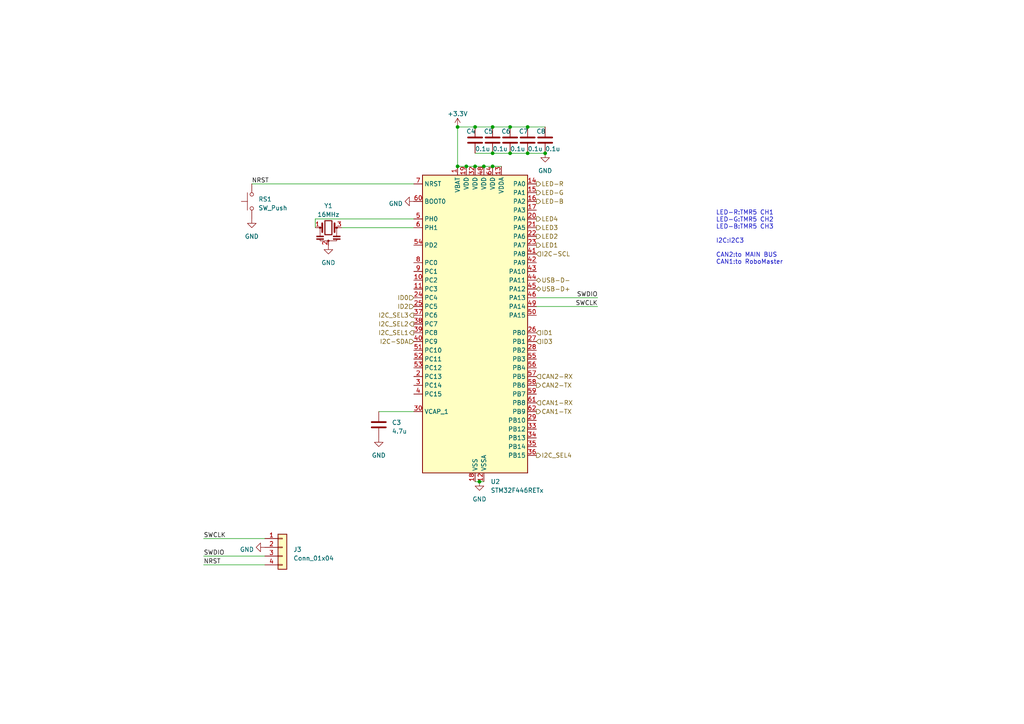
<source format=kicad_sch>
(kicad_sch (version 20231120) (generator "eeschema") (generator_version "8.0")
  (paper "A4")
  (lib_symbols
    (symbol "Connector_Generic:Conn_01x04" (pin_names (offset 1.016) hide)
      (property "Reference" "J" (at 0 5.08 0))
      (property "Value" "Conn_01x04" (at 0 -7.62 0))
      (symbol "Conn_01x04_1_1"
        (rectangle (start -1.27 -4.953) (end 0 -5.207) (stroke (width 0.1524)))
        (rectangle (start -1.27 -2.413) (end 0 -2.667) (stroke (width 0.1524)))
        (rectangle (start -1.27 0.127) (end 0 -0.127) (stroke (width 0.1524)))
        (rectangle (start -1.27 2.667) (end 0 2.413) (stroke (width 0.1524)))
        (rectangle (start -1.27 3.81) (end 1.27 -6.35) (stroke (width 0.254)) (fill (type background)))
        (pin passive line (at -5.08 2.54 0) (length 3.81) (name "Pin_1") (number "1"))
        (pin passive line (at -5.08 0 0) (length 3.81) (name "Pin_2") (number "2"))
        (pin passive line (at -5.08 -2.54 0) (length 3.81) (name "Pin_3") (number "3"))
        (pin passive line (at -5.08 -5.08 0) (length 3.81) (name "Pin_4") (number "4"))
      )
    )
    (symbol "Device:C" (pin_numbers hide) (pin_names (offset 0.254))
      (property "Reference" "C" (at 0.635 2.54 0))
      (property "Value" "C" (at 0.635 -2.54 0))
      (symbol "C_0_1"
        (polyline (pts (xy -2.032 -0.762) (xy 2.032 -0.762)) (stroke (width 0.508)))
        (polyline (pts (xy -2.032 0.762) (xy 2.032 0.762)) (stroke (width 0.508)))
      )
      (symbol "C_1_1"
        (pin passive line (at 0 3.81 270) (length 2.794) (name "~") (number "1"))
        (pin passive line (at 0 -3.81 90) (length 2.794) (name "~") (number "2"))
      )
    )
    (symbol "Device:Resonator" (pin_names (offset 1.016) hide)
      (property "Reference" "Y" (at 0 5.715 0))
      (property "Value" "Resonator" (at 0 3.81 0))
      (symbol "Resonator_0_1"
        (rectangle (start -3.429 -3.175) (end -1.397 -3.429) (fill (type outline)))
        (rectangle (start -3.429 -2.413) (end -1.397 -2.667) (fill (type outline)))
        (circle (center -2.413 0) (radius 0.254) (fill (type outline)))
        (rectangle (start -1.016 2.032) (end 1.016 -2.032) (stroke (width 0.3048)))
        (circle (center 0 -3.81) (radius 0.254) (fill (type outline)))
        (polyline (pts (xy -2.413 -2.413) (xy -2.413 0)))
        (polyline (pts (xy -1.905 0) (xy -3.175 0)))
        (polyline (pts (xy -1.778 -1.27) (xy -1.778 1.27)) (stroke (width 0.508)))
        (polyline (pts (xy 1.778 -1.27) (xy 1.778 1.27)) (stroke (width 0.508)))
        (polyline (pts (xy 1.905 0) (xy 2.54 0)))
        (polyline (pts (xy 2.413 0) (xy 2.413 -2.54)))
        (polyline (pts (xy 2.413 -3.302) (xy 2.413 -3.81) (xy -2.413 -3.81) (xy -2.413 -3.302)))
        (rectangle (start 1.397 -3.175) (end 3.429 -3.429) (fill (type outline)))
        (rectangle (start 1.397 -2.413) (end 3.429 -2.667) (fill (type outline)))
        (circle (center 2.413 0) (radius 0.254) (fill (type outline)))
      )
      (symbol "Resonator_1_1"
        (pin passive line (at -3.81 0 0) (length 1.27) (name "1") (number "1"))
        (pin passive line (at 0 -5.08 90) (length 1.27) (name "2") (number "2"))
        (pin passive line (at 3.81 0 180) (length 1.27) (name "3") (number "3"))
      )
    )
    (symbol "MCU_ST_STM32F4:STM32F446RETx"
      (property "Reference" "U" (at -15.24 44.45 0))
      (property "Value" "STM32F446RETx" (at 10.16 44.45 0))
      (symbol "STM32F446RETx_0_1"
        (rectangle (start -15.24 -43.18) (end 15.24 43.18) (stroke (width 0.254)) (fill (type background)))
      )
      (symbol "STM32F446RETx_1_1"
        (pin power_in line (at -5.08 45.72 270) (length 2.54) (name "VBAT") (number "1"))
        (pin bidirectional line (at -17.78 12.7 0) (length 2.54) (name "PC2") (number "10"))
        (pin bidirectional line (at -17.78 10.16 0) (length 2.54) (name "PC3") (number "11"))
        (pin power_in line (at 2.54 -45.72 90) (length 2.54) (name "VSSA") (number "12"))
        (pin power_in line (at 7.62 45.72 270) (length 2.54) (name "VDDA") (number "13"))
        (pin bidirectional line (at 17.78 40.64 180) (length 2.54) (name "PA0") (number "14"))
        (pin bidirectional line (at 17.78 38.1 180) (length 2.54) (name "PA1") (number "15"))
        (pin bidirectional line (at 17.78 35.56 180) (length 2.54) (name "PA2") (number "16"))
        (pin bidirectional line (at 17.78 33.02 180) (length 2.54) (name "PA3") (number "17"))
        (pin power_in line (at 0 -45.72 90) (length 2.54) (name "VSS") (number "18"))
        (pin power_in line (at -2.54 45.72 270) (length 2.54) (name "VDD") (number "19"))
        (pin bidirectional line (at -17.78 -15.24 0) (length 2.54) (name "PC13") (number "2"))
        (pin bidirectional line (at 17.78 30.48 180) (length 2.54) (name "PA4") (number "20"))
        (pin bidirectional line (at 17.78 27.94 180) (length 2.54) (name "PA5") (number "21"))
        (pin bidirectional line (at 17.78 25.4 180) (length 2.54) (name "PA6") (number "22"))
        (pin bidirectional line (at 17.78 22.86 180) (length 2.54) (name "PA7") (number "23"))
        (pin bidirectional line (at -17.78 7.62 0) (length 2.54) (name "PC4") (number "24"))
        (pin bidirectional line (at -17.78 5.08 0) (length 2.54) (name "PC5") (number "25"))
        (pin bidirectional line (at 17.78 -2.54 180) (length 2.54) (name "PB0") (number "26"))
        (pin bidirectional line (at 17.78 -5.08 180) (length 2.54) (name "PB1") (number "27"))
        (pin bidirectional line (at 17.78 -7.62 180) (length 2.54) (name "PB2") (number "28"))
        (pin bidirectional line (at 17.78 -27.94 180) (length 2.54) (name "PB10") (number "29"))
        (pin bidirectional line (at -17.78 -17.78 0) (length 2.54) (name "PC14") (number "3"))
        (pin power_out line (at -17.78 -25.4 0) (length 2.54) (name "VCAP_1") (number "30"))
        (pin passive line (at 0 -45.72 90) (length 2.54) hide (name "VSS") (number "31"))
        (pin power_in line (at 0 45.72 270) (length 2.54) (name "VDD") (number "32"))
        (pin bidirectional line (at 17.78 -30.48 180) (length 2.54) (name "PB12") (number "33"))
        (pin bidirectional line (at 17.78 -33.02 180) (length 2.54) (name "PB13") (number "34"))
        (pin bidirectional line (at 17.78 -35.56 180) (length 2.54) (name "PB14") (number "35"))
        (pin bidirectional line (at 17.78 -38.1 180) (length 2.54) (name "PB15") (number "36"))
        (pin bidirectional line (at -17.78 2.54 0) (length 2.54) (name "PC6") (number "37"))
        (pin bidirectional line (at -17.78 0 0) (length 2.54) (name "PC7") (number "38"))
        (pin bidirectional line (at -17.78 -2.54 0) (length 2.54) (name "PC8") (number "39"))
        (pin bidirectional line (at -17.78 -20.32 0) (length 2.54) (name "PC15") (number "4"))
        (pin bidirectional line (at -17.78 -5.08 0) (length 2.54) (name "PC9") (number "40"))
        (pin bidirectional line (at 17.78 20.32 180) (length 2.54) (name "PA8") (number "41"))
        (pin bidirectional line (at 17.78 17.78 180) (length 2.54) (name "PA9") (number "42"))
        (pin bidirectional line (at 17.78 15.24 180) (length 2.54) (name "PA10") (number "43"))
        (pin bidirectional line (at 17.78 12.7 180) (length 2.54) (name "PA11") (number "44"))
        (pin bidirectional line (at 17.78 10.16 180) (length 2.54) (name "PA12") (number "45"))
        (pin bidirectional line (at 17.78 7.62 180) (length 2.54) (name "PA13") (number "46"))
        (pin passive line (at 0 -45.72 90) (length 2.54) hide (name "VSS") (number "47"))
        (pin power_in line (at 2.54 45.72 270) (length 2.54) (name "VDD") (number "48"))
        (pin bidirectional line (at 17.78 5.08 180) (length 2.54) (name "PA14") (number "49"))
        (pin bidirectional line (at -17.78 30.48 0) (length 2.54) (name "PH0") (number "5"))
        (pin bidirectional line (at 17.78 2.54 180) (length 2.54) (name "PA15") (number "50"))
        (pin bidirectional line (at -17.78 -7.62 0) (length 2.54) (name "PC10") (number "51"))
        (pin bidirectional line (at -17.78 -10.16 0) (length 2.54) (name "PC11") (number "52"))
        (pin bidirectional line (at -17.78 -12.7 0) (length 2.54) (name "PC12") (number "53"))
        (pin bidirectional line (at -17.78 22.86 0) (length 2.54) (name "PD2") (number "54"))
        (pin bidirectional line (at 17.78 -10.16 180) (length 2.54) (name "PB3") (number "55"))
        (pin bidirectional line (at 17.78 -12.7 180) (length 2.54) (name "PB4") (number "56"))
        (pin bidirectional line (at 17.78 -15.24 180) (length 2.54) (name "PB5") (number "57"))
        (pin bidirectional line (at 17.78 -17.78 180) (length 2.54) (name "PB6") (number "58"))
        (pin bidirectional line (at 17.78 -20.32 180) (length 2.54) (name "PB7") (number "59"))
        (pin bidirectional line (at -17.78 27.94 0) (length 2.54) (name "PH1") (number "6"))
        (pin input line (at -17.78 35.56 0) (length 2.54) (name "BOOT0") (number "60"))
        (pin bidirectional line (at 17.78 -22.86 180) (length 2.54) (name "PB8") (number "61"))
        (pin bidirectional line (at 17.78 -25.4 180) (length 2.54) (name "PB9") (number "62"))
        (pin passive line (at 0 -45.72 90) (length 2.54) hide (name "VSS") (number "63"))
        (pin power_in line (at 5.08 45.72 270) (length 2.54) (name "VDD") (number "64"))
        (pin input line (at -17.78 40.64 0) (length 2.54) (name "NRST") (number "7"))
        (pin bidirectional line (at -17.78 17.78 0) (length 2.54) (name "PC0") (number "8"))
        (pin bidirectional line (at -17.78 15.24 0) (length 2.54) (name "PC1") (number "9"))
      )
    )
    (symbol "Switch:SW_Push" (pin_numbers hide) (pin_names (offset 1.016) hide)
      (property "Reference" "SW" (at 1.27 2.54 0))
      (property "Value" "SW_Push" (at 0 -1.524 0))
      (symbol "SW_Push_0_1"
        (circle (center -2.032 0) (radius 0.508))
        (polyline (pts (xy 0 1.27) (xy 0 3.048)))
        (polyline (pts (xy 2.54 1.27) (xy -2.54 1.27)))
        (circle (center 2.032 0) (radius 0.508))
        (pin passive line (at -5.08 0 0) (length 2.54) (name "1") (number "1"))
        (pin passive line (at 5.08 0 180) (length 2.54) (name "2") (number "2"))
      )
    )
    (symbol "power:+3.3V" (power) (pin_names (offset 0))
      (property "Value" "+3.3V" (at 0 3.556 0))
      (symbol "+3.3V_0_1"
        (polyline (pts (xy -0.762 1.27) (xy 0 2.54)))
        (polyline (pts (xy 0 0) (xy 0 2.54)))
        (polyline (pts (xy 0 2.54) (xy 0.762 1.27)))
      )
      (symbol "+3.3V_1_1"
        (pin power_in line (at 0 0 90) (length 0) hide (name "+3.3V") (number "1"))
      )
    )
    (symbol "power:GND" (power) (pin_names (offset 0))
      (property "Value" "GND" (at 0 -3.81 0))
      (symbol "GND_0_1"
        (polyline (pts (xy 0 0) (xy 0 -1.27) (xy 1.27 -1.27) (xy 0 -2.54) (xy -1.27 -1.27) (xy 0 -1.27)))
      )
      (symbol "GND_1_1"
        (pin power_in line (at 0 0 270) (length 0) hide (name "GND") (number "1"))
      )
    )
  )
  (junction (at 132.715 36.83))
  (junction (at 137.795 48.26))
  (junction (at 132.715 48.26))
  (junction (at 137.795 36.83))
  (junction (at 158.115 44.45))
  (junction (at 142.875 36.83))
  (junction (at 147.955 44.45))
  (junction (at 135.255 48.26))
  (junction (at 142.875 48.26))
  (junction (at 153.035 44.45))
  (junction (at 153.035 36.83))
  (junction (at 140.335 48.26))
  (junction (at 142.875 44.45))
  (junction (at 139.065 139.7))
  (junction (at 147.955 36.83))
  (wire (pts (xy 153.035 44.45) (xy 158.115 44.45)))
  (wire (pts (xy 120.015 63.5) (xy 91.44 63.5)))
  (wire (pts (xy 137.795 36.83) (xy 142.875 36.83)))
  (wire (pts (xy 155.575 88.9) (xy 173.355 88.9)))
  (wire (pts (xy 140.335 48.26) (xy 142.875 48.26)))
  (wire (pts (xy 142.875 44.45) (xy 147.955 44.45)))
  (wire (pts (xy 132.715 36.83) (xy 132.715 48.26)))
  (wire (pts (xy 147.955 44.45) (xy 153.035 44.45)))
  (wire (pts (xy 109.855 119.38) (xy 120.015 119.38)))
  (wire (pts (xy 99.06 66.04) (xy 120.015 66.04)))
  (wire (pts (xy 91.44 63.5) (xy 91.44 66.04)))
  (wire (pts (xy 173.355 86.36) (xy 155.575 86.36)))
  (wire (pts (xy 137.795 44.45) (xy 142.875 44.45)))
  (wire (pts (xy 147.955 36.83) (xy 153.035 36.83)))
  (wire (pts (xy 132.715 48.26) (xy 135.255 48.26)))
  (wire (pts (xy 132.715 36.83) (xy 137.795 36.83)))
  (wire (pts (xy 137.795 48.26) (xy 140.335 48.26)))
  (wire (pts (xy 76.835 156.21) (xy 59.055 156.21)))
  (wire (pts (xy 73.025 53.34) (xy 120.015 53.34)))
  (wire (pts (xy 135.255 48.26) (xy 137.795 48.26)))
  (wire (pts (xy 59.055 163.83) (xy 76.835 163.83)))
  (wire (pts (xy 142.875 48.26) (xy 145.415 48.26)))
  (wire (pts (xy 153.035 36.83) (xy 158.115 36.83)))
  (wire (pts (xy 137.795 139.7) (xy 139.065 139.7)))
  (wire (pts (xy 142.875 36.83) (xy 147.955 36.83)))
  (wire (pts (xy 139.065 139.7) (xy 140.335 139.7)))
  (wire (pts (xy 59.055 161.29) (xy 76.835 161.29)))
  (text "LED-R:TMR5 CH1\nLED-G:TMR5 CH2\nLED-B:TMR5 CH3\n\nI2C:I2C3\n\nCAN2:to MAIN BUS\nCAN1:to RoboMaster" (at 207.645 76.835 0) (effects (font (size 1.27 1.27)) (justify left bottom)))
  (label "SWCLK" (at 59.055 156.21 0))
  (label "SWCLK" (at 173.355 88.9 180))
  (label "NRST" (at 73.025 53.34 0))
  (label "NRST" (at 59.055 163.83 0))
  (label "SWDIO" (at 59.055 161.29 0))
  (label "SWDIO" (at 173.355 86.36 180))
  (hierarchical_label "I2C-SCL" (shape input) (at 155.575 73.66 0))
  (hierarchical_label "I2C_SEL3" (shape output) (at 120.015 91.44 180))
  (hierarchical_label "I2C-SDA" (shape input) (at 120.015 99.06 180))
  (hierarchical_label "USB-D+" (shape bidirectional) (at 155.575 83.82 0))
  (hierarchical_label "CAN1-TX" (shape output) (at 155.575 119.38 0))
  (hierarchical_label "I2C_SEL2" (shape output) (at 120.015 93.98 180))
  (hierarchical_label "LED-G" (shape output) (at 155.575 55.88 0))
  (hierarchical_label "ID1" (shape input) (at 155.575 96.52 0))
  (hierarchical_label "CAN1-RX" (shape input) (at 155.575 116.84 0))
  (hierarchical_label "USB-D-" (shape bidirectional) (at 155.575 81.28 0))
  (hierarchical_label "I2C_SEL1" (shape output) (at 120.015 96.52 180))
  (hierarchical_label "LED2" (shape output) (at 155.575 68.58 0))
  (hierarchical_label "ID3" (shape input) (at 155.575 99.06 0))
  (hierarchical_label "LED-R" (shape output) (at 155.575 53.34 0))
  (hierarchical_label "ID2" (shape input) (at 120.015 88.9 180))
  (hierarchical_label "LED1" (shape output) (at 155.575 71.12 0))
  (hierarchical_label "I2C_SEL4" (shape output) (at 155.575 132.08 0))
  (hierarchical_label "CAN2-RX" (shape input) (at 155.575 109.22 0))
  (hierarchical_label "LED4" (shape output) (at 155.575 63.5 0))
  (hierarchical_label "ID0" (shape input) (at 120.015 86.36 180))
  (hierarchical_label "LED3" (shape output) (at 155.575 66.04 0))
  (hierarchical_label "LED-B" (shape output) (at 155.575 58.42 0))
  (hierarchical_label "CAN2-TX" (shape output) (at 155.575 111.76 0))
  (symbol (lib_id "MCU_ST_STM32F4:STM32F446RETx") (at 137.795 93.98 0) (unit 1)
    (property "Reference" "U2" (at 142.2909 139.7 0) (effects (justify left)))
    (property "Value" "STM32F446RETx" (at 142.2909 142.24 0) (effects (justify left)))
    (property "Footprint" "Package_QFP:LQFP-64_10x10mm_P0.5mm" (effects (hide yes)))
    (property "Datasheet" "https://www.st.com/resource/en/datasheet/stm32f446re.pdf" (effects (hide yes)))
  )
  (symbol (lib_id "power:GND") (at 120.015 58.42 270) (unit 1)
    (property "Reference" "#PWR025" (effects (hide yes)))
    (property "Value" "GND" (at 116.84 59.055 90) (effects (justify right)))
  )
  (symbol (lib_id "Device:C") (at 137.795 40.64 0) (unit 1)
    (property "Reference" "C4" (at 135.255 38.1 0) (effects (justify left)))
    (property "Value" "0.1u" (at 137.795 43.18 0) (effects (justify left)))
    (property "Footprint" "Capacitor_SMD:C_0603_1608Metric_Pad1.08x0.95mm_HandSolder" (effects (hide yes)))
  )
  (symbol (lib_id "Device:Resonator") (at 95.25 66.04 0) (unit 1)
    (property "Reference" "Y1" (at 95.25 59.69 0))
    (property "Value" "16MHz" (at 95.25 62.23 0))
    (property "Footprint" "Crystal:Resonator_SMD_Murata_CSTxExxV-3Pin_3.0x1.1mm_HandSoldering" (effects (hide yes)))
  )
  (symbol (lib_id "Device:C") (at 153.035 40.64 0) (unit 1)
    (property "Reference" "C7" (at 150.495 38.1 0) (effects (justify left)))
    (property "Value" "0.1u" (at 153.035 43.18 0) (effects (justify left)))
    (property "Footprint" "Capacitor_SMD:C_0603_1608Metric_Pad1.08x0.95mm_HandSolder" (effects (hide yes)))
  )
  (symbol (lib_id "Device:C") (at 147.955 40.64 0) (unit 1)
    (property "Reference" "C6" (at 145.415 38.1 0) (effects (justify left)))
    (property "Value" "0.1u" (at 147.955 43.18 0) (effects (justify left)))
    (property "Footprint" "Capacitor_SMD:C_0603_1608Metric_Pad1.08x0.95mm_HandSolder" (effects (hide yes)))
  )
  (symbol (lib_id "power:GND") (at 139.065 139.7 0) (unit 1)
    (property "Reference" "#PWR027" (effects (hide yes)))
    (property "Value" "GND" (at 139.065 144.78 0))
  )
  (symbol (lib_id "power:+3.3V") (at 132.715 36.83 0) (unit 1)
    (property "Reference" "#PWR026" (effects (hide yes)))
    (property "Value" "+3.3V" (at 132.715 33.02 0))
  )
  (symbol (lib_id "power:GND") (at 95.25 71.12 0) (unit 1)
    (property "Reference" "#PWR023" (effects (hide yes)))
    (property "Value" "GND" (at 95.25 76.2 0))
  )
  (symbol (lib_id "power:GND") (at 109.855 127 0) (unit 1)
    (property "Reference" "#PWR024" (effects (hide yes)))
    (property "Value" "GND" (at 109.855 132.08 0))
  )
  (symbol (lib_id "power:GND") (at 73.025 63.5 0) (unit 1)
    (property "Reference" "#PWR021" (effects (hide yes)))
    (property "Value" "GND" (at 73.025 68.58 0))
  )
  (symbol (lib_id "Connector_Generic:Conn_01x04") (at 81.915 158.75 0) (unit 1)
    (property "Reference" "J3" (at 85.09 159.385 0) (effects (justify left)))
    (property "Value" "Conn_01x04" (at 85.09 161.925 0) (effects (justify left)))
    (property "Footprint" "Connector_JST:JST_SH_SM04B-SRSS-TB_1x04-1MP_P1.00mm_Horizontal" (effects (hide yes)))
  )
  (symbol (lib_id "Device:C") (at 109.855 123.19 0) (unit 1)
    (property "Reference" "C3" (at 113.665 122.555 0) (effects (justify left)))
    (property "Value" "4.7u" (at 113.665 125.095 0) (effects (justify left)))
    (property "Footprint" "Capacitor_SMD:C_0805_2012Metric_Pad1.18x1.45mm_HandSolder" (effects (hide yes)))
  )
  (symbol (lib_id "Switch:SW_Push") (at 73.025 58.42 90) (unit 1)
    (property "Reference" "RS1" (at 74.93 57.785 90) (effects (justify right)))
    (property "Value" "SW_Push" (at 74.93 60.325 90) (effects (justify right)))
    (property "Footprint" "Robocon_Switch:KMR621NG" (effects (hide yes)))
  )
  (symbol (lib_id "Device:C") (at 158.115 40.64 0) (unit 1)
    (property "Reference" "C8" (at 155.575 38.1 0) (effects (justify left)))
    (property "Value" "0.1u" (at 158.115 43.18 0) (effects (justify left)))
    (property "Footprint" "Capacitor_SMD:C_0603_1608Metric_Pad1.08x0.95mm_HandSolder" (effects (hide yes)))
  )
  (symbol (lib_id "Device:C") (at 142.875 40.64 0) (unit 1)
    (property "Reference" "C5" (at 140.335 38.1 0) (effects (justify left)))
    (property "Value" "0.1u" (at 142.875 43.18 0) (effects (justify left)))
    (property "Footprint" "Capacitor_SMD:C_0603_1608Metric_Pad1.08x0.95mm_HandSolder" (effects (hide yes)))
  )
  (symbol (lib_id "power:GND") (at 158.115 44.45 0) (unit 1)
    (property "Reference" "#PWR028" (effects (hide yes)))
    (property "Value" "GND" (at 158.115 49.53 0))
  )
  (symbol (lib_id "power:GND") (at 76.835 158.75 270) (mirror x) (unit 1)
    (property "Reference" "#PWR022" (effects (hide yes)))
    (property "Value" "GND" (at 73.66 159.385 90) (effects (justify right)))
  )
)
</source>
